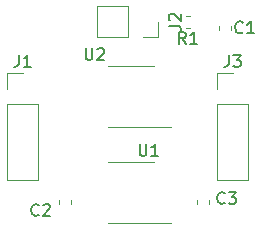
<source format=gbr>
G04 #@! TF.GenerationSoftware,KiCad,Pcbnew,(5.1.2-1)-1*
G04 #@! TF.CreationDate,2019-08-09T08:25:00-04:00*
G04 #@! TF.ProjectId,siot-node-current-clamp,73696f74-2d6e-46f6-9465-2d6375727265,rev?*
G04 #@! TF.SameCoordinates,Original*
G04 #@! TF.FileFunction,Legend,Top*
G04 #@! TF.FilePolarity,Positive*
%FSLAX46Y46*%
G04 Gerber Fmt 4.6, Leading zero omitted, Abs format (unit mm)*
G04 Created by KiCad (PCBNEW (5.1.2-1)-1) date 2019-08-09 08:25:00*
%MOMM*%
%LPD*%
G04 APERTURE LIST*
%ADD10C,0.120000*%
%ADD11C,0.150000*%
G04 APERTURE END LIST*
D10*
X118364000Y-69108000D02*
X121814000Y-69108000D01*
X118364000Y-69108000D02*
X116414000Y-69108000D01*
X118364000Y-63988000D02*
X120314000Y-63988000D01*
X118364000Y-63988000D02*
X116414000Y-63988000D01*
X128330000Y-64195000D02*
X128330000Y-65465000D01*
X125670000Y-64195000D02*
X125670000Y-65465000D01*
X125670000Y-56455000D02*
X127000000Y-56455000D01*
X125670000Y-57785000D02*
X125670000Y-56455000D01*
X125670000Y-59055000D02*
X128330000Y-59055000D01*
X128330000Y-59055000D02*
X128330000Y-64195000D01*
X125670000Y-59055000D02*
X125670000Y-64195000D01*
X125670000Y-65465000D02*
X128330000Y-65465000D01*
X110550000Y-64195000D02*
X110550000Y-65465000D01*
X107890000Y-64195000D02*
X107890000Y-65465000D01*
X107890000Y-56455000D02*
X109220000Y-56455000D01*
X107890000Y-57785000D02*
X107890000Y-56455000D01*
X107890000Y-59055000D02*
X110550000Y-59055000D01*
X110550000Y-59055000D02*
X110550000Y-64195000D01*
X107890000Y-59055000D02*
X107890000Y-64195000D01*
X107890000Y-65465000D02*
X110550000Y-65465000D01*
X120710000Y-52070000D02*
X120710000Y-53400000D01*
X120710000Y-53400000D02*
X119380000Y-53400000D01*
X118110000Y-53400000D02*
X115510000Y-53400000D01*
X115510000Y-50740000D02*
X115510000Y-53400000D01*
X118110000Y-50740000D02*
X115510000Y-50740000D01*
X118110000Y-50740000D02*
X118110000Y-53400000D01*
X118364000Y-60980000D02*
X121814000Y-60980000D01*
X118364000Y-60980000D02*
X116414000Y-60980000D01*
X118364000Y-55860000D02*
X120314000Y-55860000D01*
X118364000Y-55860000D02*
X116414000Y-55860000D01*
X123352779Y-51560000D02*
X123027221Y-51560000D01*
X123352779Y-52580000D02*
X123027221Y-52580000D01*
X124970000Y-67498279D02*
X124970000Y-67172721D01*
X123950000Y-67498279D02*
X123950000Y-67172721D01*
X113286000Y-67498279D02*
X113286000Y-67172721D01*
X112266000Y-67498279D02*
X112266000Y-67172721D01*
X125855000Y-52440721D02*
X125855000Y-52766279D01*
X126875000Y-52440721D02*
X126875000Y-52766279D01*
D11*
X119126095Y-62444380D02*
X119126095Y-63253904D01*
X119173714Y-63349142D01*
X119221333Y-63396761D01*
X119316571Y-63444380D01*
X119507047Y-63444380D01*
X119602285Y-63396761D01*
X119649904Y-63349142D01*
X119697523Y-63253904D01*
X119697523Y-62444380D01*
X120697523Y-63444380D02*
X120126095Y-63444380D01*
X120411809Y-63444380D02*
X120411809Y-62444380D01*
X120316571Y-62587238D01*
X120221333Y-62682476D01*
X120126095Y-62730095D01*
X126666666Y-54907380D02*
X126666666Y-55621666D01*
X126619047Y-55764523D01*
X126523809Y-55859761D01*
X126380952Y-55907380D01*
X126285714Y-55907380D01*
X127047619Y-54907380D02*
X127666666Y-54907380D01*
X127333333Y-55288333D01*
X127476190Y-55288333D01*
X127571428Y-55335952D01*
X127619047Y-55383571D01*
X127666666Y-55478809D01*
X127666666Y-55716904D01*
X127619047Y-55812142D01*
X127571428Y-55859761D01*
X127476190Y-55907380D01*
X127190476Y-55907380D01*
X127095238Y-55859761D01*
X127047619Y-55812142D01*
X108886666Y-54907380D02*
X108886666Y-55621666D01*
X108839047Y-55764523D01*
X108743809Y-55859761D01*
X108600952Y-55907380D01*
X108505714Y-55907380D01*
X109886666Y-55907380D02*
X109315238Y-55907380D01*
X109600952Y-55907380D02*
X109600952Y-54907380D01*
X109505714Y-55050238D01*
X109410476Y-55145476D01*
X109315238Y-55193095D01*
X121602380Y-52403333D02*
X122316666Y-52403333D01*
X122459523Y-52450952D01*
X122554761Y-52546190D01*
X122602380Y-52689047D01*
X122602380Y-52784285D01*
X121697619Y-51974761D02*
X121650000Y-51927142D01*
X121602380Y-51831904D01*
X121602380Y-51593809D01*
X121650000Y-51498571D01*
X121697619Y-51450952D01*
X121792857Y-51403333D01*
X121888095Y-51403333D01*
X122030952Y-51450952D01*
X122602380Y-52022380D01*
X122602380Y-51403333D01*
X114554095Y-54316380D02*
X114554095Y-55125904D01*
X114601714Y-55221142D01*
X114649333Y-55268761D01*
X114744571Y-55316380D01*
X114935047Y-55316380D01*
X115030285Y-55268761D01*
X115077904Y-55221142D01*
X115125523Y-55125904D01*
X115125523Y-54316380D01*
X115554095Y-54411619D02*
X115601714Y-54364000D01*
X115696952Y-54316380D01*
X115935047Y-54316380D01*
X116030285Y-54364000D01*
X116077904Y-54411619D01*
X116125523Y-54506857D01*
X116125523Y-54602095D01*
X116077904Y-54744952D01*
X115506476Y-55316380D01*
X116125523Y-55316380D01*
X123023333Y-53952380D02*
X122690000Y-53476190D01*
X122451904Y-53952380D02*
X122451904Y-52952380D01*
X122832857Y-52952380D01*
X122928095Y-53000000D01*
X122975714Y-53047619D01*
X123023333Y-53142857D01*
X123023333Y-53285714D01*
X122975714Y-53380952D01*
X122928095Y-53428571D01*
X122832857Y-53476190D01*
X122451904Y-53476190D01*
X123975714Y-53952380D02*
X123404285Y-53952380D01*
X123690000Y-53952380D02*
X123690000Y-52952380D01*
X123594761Y-53095238D01*
X123499523Y-53190476D01*
X123404285Y-53238095D01*
X126325333Y-67413142D02*
X126277714Y-67460761D01*
X126134857Y-67508380D01*
X126039619Y-67508380D01*
X125896761Y-67460761D01*
X125801523Y-67365523D01*
X125753904Y-67270285D01*
X125706285Y-67079809D01*
X125706285Y-66936952D01*
X125753904Y-66746476D01*
X125801523Y-66651238D01*
X125896761Y-66556000D01*
X126039619Y-66508380D01*
X126134857Y-66508380D01*
X126277714Y-66556000D01*
X126325333Y-66603619D01*
X126658666Y-66508380D02*
X127277714Y-66508380D01*
X126944380Y-66889333D01*
X127087238Y-66889333D01*
X127182476Y-66936952D01*
X127230095Y-66984571D01*
X127277714Y-67079809D01*
X127277714Y-67317904D01*
X127230095Y-67413142D01*
X127182476Y-67460761D01*
X127087238Y-67508380D01*
X126801523Y-67508380D01*
X126706285Y-67460761D01*
X126658666Y-67413142D01*
X110577333Y-68429142D02*
X110529714Y-68476761D01*
X110386857Y-68524380D01*
X110291619Y-68524380D01*
X110148761Y-68476761D01*
X110053523Y-68381523D01*
X110005904Y-68286285D01*
X109958285Y-68095809D01*
X109958285Y-67952952D01*
X110005904Y-67762476D01*
X110053523Y-67667238D01*
X110148761Y-67572000D01*
X110291619Y-67524380D01*
X110386857Y-67524380D01*
X110529714Y-67572000D01*
X110577333Y-67619619D01*
X110958285Y-67619619D02*
X111005904Y-67572000D01*
X111101142Y-67524380D01*
X111339238Y-67524380D01*
X111434476Y-67572000D01*
X111482095Y-67619619D01*
X111529714Y-67714857D01*
X111529714Y-67810095D01*
X111482095Y-67952952D01*
X110910666Y-68524380D01*
X111529714Y-68524380D01*
X127849333Y-52960642D02*
X127801714Y-53008261D01*
X127658857Y-53055880D01*
X127563619Y-53055880D01*
X127420761Y-53008261D01*
X127325523Y-52913023D01*
X127277904Y-52817785D01*
X127230285Y-52627309D01*
X127230285Y-52484452D01*
X127277904Y-52293976D01*
X127325523Y-52198738D01*
X127420761Y-52103500D01*
X127563619Y-52055880D01*
X127658857Y-52055880D01*
X127801714Y-52103500D01*
X127849333Y-52151119D01*
X128801714Y-53055880D02*
X128230285Y-53055880D01*
X128516000Y-53055880D02*
X128516000Y-52055880D01*
X128420761Y-52198738D01*
X128325523Y-52293976D01*
X128230285Y-52341595D01*
M02*

</source>
